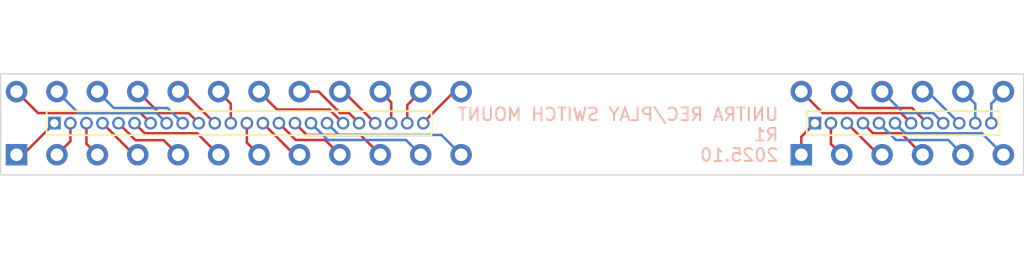
<source format=kicad_pcb>
(kicad_pcb (version 20241229) (generator "pcbnew") (generator_version "9.0")
  (layers (0 "F.Cu" signal) (2 "B.Cu" signal) (13 "F.Paste" user) (15 "B.Paste" user) (5 "F.SilkS" user "F.Silkscreen") (7 "B.SilkS" user "B.Silkscreen") (1 "F.Mask" user) (3 "B.Mask" user) (25 "Edge.Cuts" user))
  (net 0 "")
  (net 1 "/A11")
  (net 2 "/A5")
  (net 3 "/A2")
  (net 4 "/A13")
  (net 5 "/A6")
  (net 6 "/A8")
  (net 7 "/A1")
  (net 8 "/A12")
  (net 9 "/A15")
  (net 10 "/A18")
  (net 11 "/A3")
  (net 12 "/A4")
  (net 13 "/A9")
  (net 14 "/A17")
  (net 15 "/A10")
  (net 16 "/A7")
  (net 17 "/A16")
  (net 18 "/A14")
  (net 19 "/B1")
  (net 20 "/B6")
  (net 21 "/B2")
  (net 22 "/B5")
  (net 23 "/B4")
  (net 24 "/B3")
  (net 25 "/B18")
  (net 26 "/B15")
  (net 27 "/B17")
  (net 28 "/B10")
  (net 29 "/B9")
  (net 30 "/B8")
  (net 31 "/B12")
  (net 32 "/B14")
  (net 33 "/B7")
  (net 34 "/B13")
  (net 35 "/B11")
  (net 36 "/B16")
  (footprint "Connector_PinHeader_1.27mm:PinHeader_1x24_P1.27mm_Vertical" (layer "F.Cu") (at 136.255 84.9 90)
    (property "Reference" "J1" (hide yes))
    (property "Value" "Conn_01x24")
    (pad "1" thru_hole rect (at 0 0 90) (size 1 1) (drill 0.65) (layers "*.Cu" "*.Mask") (net 25 "/B18"))
    (pad "2" thru_hole circle (at 0 1.27 90) (size 1 1) (drill 0.65) (layers "*.Cu" "*.Mask") (net 27 "/B17"))
    (pad "3" thru_hole circle (at 0 2.54 90) (size 1 1) (drill 0.65) (layers "*.Cu" "*.Mask") (net 36 "/B16"))
    (pad "4" thru_hole circle (at 0 3.81 90) (size 1 1) (drill 0.65) (layers "*.Cu" "*.Mask") (net 26 "/B15"))
    (pad "5" thru_hole circle (at 0 5.08 90) (size 1 1) (drill 0.65) (layers "*.Cu" "*.Mask") (net 32 "/B14"))
    (pad "6" thru_hole circle (at 0 6.35 90) (size 1 1) (drill 0.65) (layers "*.Cu" "*.Mask") (net 34 "/B13"))
    (pad "7" thru_hole circle (at 0 7.62 90) (size 1 1) (drill 0.65) (layers "*.Cu" "*.Mask") (net 10 "/A18"))
    (pad "8" thru_hole circle (at 0 8.89 90) (size 1 1) (drill 0.65) (layers "*.Cu" "*.Mask") (net 14 "/A17"))
    (pad "9" thru_hole circle (at 0 10.16 90) (size 1 1) (drill 0.65) (layers "*.Cu" "*.Mask") (net 17 "/A16"))
    (pad "10" thru_hole circle (at 0 11.43 90) (size 1 1) (drill 0.65) (layers "*.Cu" "*.Mask") (net 9 "/A15"))
    (pad "11" thru_hole circle (at 0 12.7 90) (size 1 1) (drill 0.65) (layers "*.Cu" "*.Mask") (net 18 "/A14"))
    (pad "12" thru_hole circle (at 0 13.97 90) (size 1 1) (drill 0.65) (layers "*.Cu" "*.Mask") (net 4 "/A13"))
    (pad "13" thru_hole circle (at 0 15.24 90) (size 1 1) (drill 0.65) (layers "*.Cu" "*.Mask") (net 31 "/B12"))
    (pad "14" thru_hole circle (at 0 16.51 90) (size 1 1) (drill 0.65) (layers "*.Cu" "*.Mask") (net 35 "/B11"))
    (pad "15" thru_hole circle (at 0 17.78 90) (size 1 1) (drill 0.65) (layers "*.Cu" "*.Mask") (net 28 "/B10"))
    (pad "16" thru_hole circle (at 0 19.05 90) (size 1 1) (drill 0.65) (layers "*.Cu" "*.Mask") (net 29 "/B9"))
    (pad "17" thru_hole circle (at 0 20.32 90) (size 1 1) (drill 0.65) (layers "*.Cu" "*.Mask") (net 30 "/B8"))
    (pad "18" thru_hole circle (at 0 21.59 90) (size 1 1) (drill 0.65) (layers "*.Cu" "*.Mask") (net 33 "/B7"))
    (pad "19" thru_hole circle (at 0 22.86 90) (size 1 1) (drill 0.65) (layers "*.Cu" "*.Mask") (net 8 "/A12"))
    (pad "20" thru_hole circle (at 0 24.13 90) (size 1 1) (drill 0.65) (layers "*.Cu" "*.Mask") (net 1 "/A11"))
    (pad "21" thru_hole circle (at 0 25.4 90) (size 1 1) (drill 0.65) (layers "*.Cu" "*.Mask") (net 15 "/A10"))
    (pad "22" thru_hole circle (at 0 26.67 90) (size 1 1) (drill 0.65) (layers "*.Cu" "*.Mask") (net 13 "/A9"))
    (pad "23" thru_hole circle (at 0 27.94 90) (size 1 1) (drill 0.65) (layers "*.Cu" "*.Mask") (net 6 "/A8"))
    (pad "24" thru_hole circle (at 0 29.21 90) (size 1 1) (drill 0.65) (layers "*.Cu" "*.Mask") (net 16 "/A7"))
  )
  (footprint "Connector_PinHeader_2.54mm:PinHeader_2x06_P2.54mm_Vertical" (layer "F.Cu") (at 195.395 87.4 90)
    (property "Reference" "ISOSTAT_RIGHT1" (hide yes))
    (property "Value" "Conn_02x06_Row_Letter_Last")
    (pad "A1" thru_hole circle (at 5 16 90) (size 1.7 1.7) (drill 1) (layers "*.Cu" "*.Mask") (net 7 "/A1"))
    (pad "A2" thru_hole circle (at 5 12.8 90) (size 1.7 1.7) (drill 1) (layers "*.Cu" "*.Mask") (net 3 "/A2"))
    (pad "A3" thru_hole circle (at 5 9.6 90) (size 1.7 1.7) (drill 1) (layers "*.Cu" "*.Mask") (net 11 "/A3"))
    (pad "A4" thru_hole circle (at 5 6.4 90) (size 1.7 1.7) (drill 1) (layers "*.Cu" "*.Mask") (net 12 "/A4"))
    (pad "A5" thru_hole circle (at 5 3.2 90) (size 1.7 1.7) (drill 1) (layers "*.Cu" "*.Mask") (net 2 "/A5"))
    (pad "A6" thru_hole circle (at 5 0 90) (size 1.7 1.7) (drill 1) (layers "*.Cu" "*.Mask") (net 5 "/A6"))
    (pad "B1" thru_hole circle (at 0 16 90) (size 1.7 1.7) (drill 1) (layers "*.Cu" "*.Mask") (net 19 "/B1"))
    (pad "B2" thru_hole circle (at 0 12.8 90) (size 1.7 1.7) (drill 1) (layers "*.Cu" "*.Mask") (net 21 "/B2"))
    (pad "B3" thru_hole circle (at 0 9.6 90) (size 1.7 1.7) (drill 1) (layers "*.Cu" "*.Mask") (net 24 "/B3"))
    (pad "B4" thru_hole circle (at 0 6.4 90) (size 1.7 1.7) (drill 1) (layers "*.Cu" "*.Mask") (net 23 "/B4"))
    (pad "B5" thru_hole circle (at 0 3.2 90) (size 1.7 1.7) (drill 1) (layers "*.Cu" "*.Mask") (net 22 "/B5"))
    (pad "B6" thru_hole rect (at 0 0 90) (size 1.7 1.7) (drill 1) (layers "*.Cu" "*.Mask") (net 20 "/B6"))
  )
  (footprint "Connector_PinHeader_1.27mm:PinHeader_1x12_P1.27mm_Vertical" (layer "F.Cu") (at 196.469 84.9 90)
    (property "Reference" "J2" (hide yes))
    (property "Value" "Conn_01x12")
    (pad "1" thru_hole rect (at 0 0 90) (size 1 1) (drill 0.65) (layers "*.Cu" "*.Mask") (net 20 "/B6"))
    (pad "2" thru_hole circle (at 0 1.27 90) (size 1 1) (drill 0.65) (layers "*.Cu" "*.Mask") (net 22 "/B5"))
    (pad "3" thru_hole circle (at 0 2.54 90) (size 1 1) (drill 0.65) (layers "*.Cu" "*.Mask") (net 23 "/B4"))
    (pad "4" thru_hole circle (at 0 3.81 90) (size 1 1) (drill 0.65) (layers "*.Cu" "*.Mask") (net 24 "/B3"))
    (pad "5" thru_hole circle (at 0 5.08 90) (size 1 1) (drill 0.65) (layers "*.Cu" "*.Mask") (net 21 "/B2"))
    (pad "6" thru_hole circle (at 0 6.35 90) (size 1 1) (drill 0.65) (layers "*.Cu" "*.Mask") (net 19 "/B1"))
    (pad "7" thru_hole circle (at 0 7.62 90) (size 1 1) (drill 0.65) (layers "*.Cu" "*.Mask") (net 5 "/A6"))
    (pad "8" thru_hole circle (at 0 8.89 90) (size 1 1) (drill 0.65) (layers "*.Cu" "*.Mask") (net 2 "/A5"))
    (pad "9" thru_hole circle (at 0 10.16 90) (size 1 1) (drill 0.65) (layers "*.Cu" "*.Mask") (net 12 "/A4"))
    (pad "10" thru_hole circle (at 0 11.43 90) (size 1 1) (drill 0.65) (layers "*.Cu" "*.Mask") (net 11 "/A3"))
    (pad "11" thru_hole circle (at 0 12.7 90) (size 1 1) (drill 0.65) (layers "*.Cu" "*.Mask") (net 3 "/A2"))
    (pad "12" thru_hole circle (at 0 13.97 90) (size 1 1) (drill 0.65) (layers "*.Cu" "*.Mask") (net 7 "/A1"))
  )
  (footprint "Connector_PinHeader_2.54mm:PinHeader_2x12_P2.54mm_Vertical" (layer "F.Cu") (at 133.26 87.4 90)
    (property "Reference" "ISOSTAT_LEFT1" (hide yes))
    (property "Value" "Conn_02x12_Row_Letter_Last")
    (pad "A7" thru_hole circle (at 5 35.2 90) (size 1.7 1.7) (drill 1) (layers "*.Cu" "*.Mask") (net 16 "/A7"))
    (pad "A8" thru_hole circle (at 5 32 90) (size 1.7 1.7) (drill 1) (layers "*.Cu" "*.Mask") (net 6 "/A8"))
    (pad "A9" thru_hole circle (at 5 28.8 90) (size 1.7 1.7) (drill 1) (layers "*.Cu" "*.Mask") (net 13 "/A9"))
    (pad "A10" thru_hole circle (at 5 25.6 90) (size 1.7 1.7) (drill 1) (layers "*.Cu" "*.Mask") (net 15 "/A10"))
    (pad "A11" thru_hole circle (at 5 22.4 90) (size 1.7 1.7) (drill 1) (layers "*.Cu" "*.Mask") (net 1 "/A11"))
    (pad "A12" thru_hole circle (at 5 19.2 90) (size 1.7 1.7) (drill 1) (layers "*.Cu" "*.Mask") (net 8 "/A12"))
    (pad "A13" thru_hole circle (at 5 16 90) (size 1.7 1.7) (drill 1) (layers "*.Cu" "*.Mask") (net 4 "/A13"))
    (pad "A14" thru_hole circle (at 5 12.8 90) (size 1.7 1.7) (drill 1) (layers "*.Cu" "*.Mask") (net 18 "/A14"))
    (pad "A15" thru_hole circle (at 5 9.6 90) (size 1.7 1.7) (drill 1) (layers "*.Cu" "*.Mask") (net 9 "/A15"))
    (pad "A16" thru_hole circle (at 5 6.4 90) (size 1.7 1.7) (drill 1) (layers "*.Cu" "*.Mask") (net 17 "/A16"))
    (pad "A17" thru_hole circle (at 5 3.2 90) (size 1.7 1.7) (drill 1) (layers "*.Cu" "*.Mask") (net 14 "/A17"))
    (pad "A18" thru_hole circle (at 5 0 90) (size 1.7 1.7) (drill 1) (layers "*.Cu" "*.Mask") (net 10 "/A18"))
    (pad "B7" thru_hole circle (at 0 35.2 90) (size 1.7 1.7) (drill 1) (layers "*.Cu" "*.Mask") (net 33 "/B7"))
    (pad "B8" thru_hole circle (at 0 32 90) (size 1.7 1.7) (drill 1) (layers "*.Cu" "*.Mask") (net 30 "/B8"))
    (pad "B9" thru_hole circle (at 0 28.8 90) (size 1.7 1.7) (drill 1) (layers "*.Cu" "*.Mask") (net 29 "/B9"))
    (pad "B10" thru_hole circle (at 0 25.6 90) (size 1.7 1.7) (drill 1) (layers "*.Cu" "*.Mask") (net 28 "/B10"))
    (pad "B11" thru_hole circle (at 0 22.4 90) (size 1.7 1.7) (drill 1) (layers "*.Cu" "*.Mask") (net 35 "/B11"))
    (pad "B12" thru_hole circle (at 0 19.2 90) (size 1.7 1.7) (drill 1) (layers "*.Cu" "*.Mask") (net 31 "/B12"))
    (pad "B13" thru_hole circle (at 0 16 90) (size 1.7 1.7) (drill 1) (layers "*.Cu" "*.Mask") (net 34 "/B13"))
    (pad "B14" thru_hole circle (at 0 12.8 90) (size 1.7 1.7) (drill 1) (layers "*.Cu" "*.Mask") (net 32 "/B14"))
    (pad "B15" thru_hole circle (at 0 9.6 90) (size 1.7 1.7) (drill 1) (layers "*.Cu" "*.Mask") (net 26 "/B15"))
    (pad "B16" thru_hole circle (at 0 6.4 180) (size 1.7 1.7) (drill 1) (layers "*.Cu" "*.Mask") (net 36 "/B16"))
    (pad "B17" thru_hole circle (at 0 3.2 90) (size 1.7 1.7) (drill 1) (layers "*.Cu" "*.Mask") (net 27 "/B17"))
    (pad "B18" thru_hole rect (at 0 0 90) (size 1.7 1.7) (drill 1) (layers "*.Cu" "*.Mask") (net 25 "/B18"))
  )
  (gr_rect (start 135.636 83.947) (end 166.116 85.852) (stroke (width 0.15)) (fill no) (layer "F.SilkS"))
  (gr_rect (start 195.834 83.947) (end 211.074 85.852) (stroke (width 0.15)) (fill no) (layer "F.SilkS"))
  (gr_rect (start 132 81) (end 213 89) (stroke (width 0.1)) (fill no) (layer "Edge.Cuts"))
  (gr_text "UNITRA REC/PLAY SWITCH MOUNT\nR1\n2025.10" (at 193.675 88.011 0) (layer "B.SilkS") (effects (font (size 1 1)) (justify left bottom mirror)))
  (segment (start 158.8811 84.099) (end 159.584 84.099) (width 0.2) (layer "F.Cu") (net 1))
  (segment (start 157.1821 82.4) (end 158.8811 84.099) (width 0.2) (layer "F.Cu") (net 1))
  (segment (start 155.66 82.4) (end 157.1821 82.4) (width 0.2) (layer "F.Cu") (net 1))
  (segment (start 159.584 84.099) (end 160.385 84.9) (width 0.2) (layer "F.Cu") (net 1))
  (segment (start 204.157 83.698) (end 205.359 84.9) (width 0.2) (layer "F.Cu") (net 2))
  (segment (start 199.893 83.698) (end 204.157 83.698) (width 0.2) (layer "F.Cu") (net 2))
  (segment (start 198.595 82.4) (end 199.893 83.698) (width 0.2) (layer "F.Cu") (net 2))
  (segment (start 209.169 83.374) (end 209.169 84.9) (width 0.2) (layer "B.Cu") (net 3))
  (segment (start 208.195 82.4) (end 209.169 83.374) (width 0.2) (layer "B.Cu") (net 3))
  (segment (start 150.225 83.365) (end 150.225 84.9) (width 0.2) (layer "F.Cu") (net 4))
  (segment (start 149.26 82.4) (end 150.225 83.365) (width 0.2) (layer "F.Cu") (net 4))
  (segment (start 195.395 82.4) (end 197.094 84.099) (width 0.2) (layer "F.Cu") (net 5))
  (segment (start 203.288 84.099) (end 204.089 84.9) (width 0.2) (layer "F.Cu") (net 5))
  (segment (start 197.094 84.099) (end 203.288 84.099) (width 0.2) (layer "F.Cu") (net 5))
  (segment (start 165.26 82.4) (end 164.195 83.465) (width 0.2) (layer "F.Cu") (net 6))
  (segment (start 164.195 83.465) (end 164.195 84.9) (width 0.2) (layer "F.Cu") (net 6))
  (segment (start 211.395 82.4) (end 210.439 83.356) (width 0.2) (layer "B.Cu") (net 7))
  (segment (start 210.439 83.356) (end 210.439 84.9) (width 0.2) (layer "B.Cu") (net 7))
  (segment (start 152.46 82.4) (end 153.88 83.82) (width 0.2) (layer "F.Cu") (net 8))
  (segment (start 153.88 83.82) (end 158.035 83.82) (width 0.2) (layer "F.Cu") (net 8))
  (segment (start 158.035 83.82) (end 159.115 84.9) (width 0.2) (layer "F.Cu") (net 8))
  (segment (start 142.86 82.4) (end 144.559 84.099) (width 0.2) (layer "F.Cu") (net 9))
  (segment (start 144.559 84.099) (end 146.884 84.099) (width 0.2) (layer "F.Cu") (net 9))
  (segment (start 146.884 84.099) (end 147.685 84.9) (width 0.2) (layer "F.Cu") (net 9))
  (segment (start 134.959 84.099) (end 143.074 84.099) (width 0.2) (layer "F.Cu") (net 10))
  (segment (start 143.074 84.099) (end 143.875 84.9) (width 0.2) (layer "F.Cu") (net 10))
  (segment (start 133.26 82.4) (end 134.959 84.099) (width 0.2) (layer "F.Cu") (net 10))
  (segment (start 204.995 82.4) (end 205.399 82.4) (width 0.2) (layer "B.Cu") (net 11))
  (segment (start 205.399 82.4) (end 207.899 84.9) (width 0.2) (layer "B.Cu") (net 11))
  (segment (start 205.828 84.099) (end 206.629 84.9) (width 0.2) (layer "B.Cu") (net 12))
  (segment (start 203.494 84.099) (end 205.828 84.099) (width 0.2) (layer "B.Cu") (net 12))
  (segment (start 201.795 82.4) (end 203.494 84.099) (width 0.2) (layer "B.Cu") (net 12))
  (segment (start 162.925 83.265) (end 162.925 84.9) (width 0.2) (layer "F.Cu") (net 13))
  (segment (start 162.06 82.4) (end 162.925 83.265) (width 0.2) (layer "F.Cu") (net 13))
  (segment (start 145.145 84.685) (end 145.145 84.9) (width 0.3) (layer "F.Cu") (net 14))
  (segment (start 138.159 84.099) (end 144.344 84.099) (width 0.2) (layer "B.Cu") (net 14))
  (segment (start 136.46 82.4) (end 138.159 84.099) (width 0.2) (layer "B.Cu") (net 14))
  (segment (start 144.344 84.099) (end 145.145 84.9) (width 0.2) (layer "B.Cu") (net 14))
  (segment (start 159.155 82.4) (end 161.655 84.9) (width 0.2) (layer "F.Cu") (net 15))
  (segment (start 158.86 82.4) (end 159.155 82.4) (width 0.2) (layer "F.Cu") (net 15))
  (segment (start 168.46 82.4) (end 167.917 82.4) (width 0.2) (layer "F.Cu") (net 16))
  (segment (start 167.917 82.4) (end 165.465 84.852) (width 0.2) (layer "F.Cu") (net 16))
  (segment (start 165.465 84.852) (end 165.465 84.9) (width 0.2) (layer "F.Cu") (net 16))
  (segment (start 140.958 83.698) (end 145.213 83.698) (width 0.2) (layer "B.Cu") (net 17))
  (segment (start 139.66 82.4) (end 140.958 83.698) (width 0.2) (layer "B.Cu") (net 17))
  (segment (start 145.213 83.698) (end 146.415 84.9) (width 0.2) (layer "B.Cu") (net 17))
  (segment (start 146.06 82.4) (end 146.455 82.4) (width 0.2) (layer "F.Cu") (net 18))
  (segment (start 146.455 82.4) (end 148.955 84.9) (width 0.2) (layer "F.Cu") (net 18))
  (segment (start 203.62 85.701) (end 202.819 84.9) (width 0.2) (layer "B.Cu") (net 19))
  (segment (start 209.696 85.701) (end 203.62 85.701) (width 0.2) (layer "B.Cu") (net 19))
  (segment (start 211.395 87.4) (end 209.696 85.701) (width 0.2) (layer "B.Cu") (net 19))
  (segment (start 195.395 87.4) (end 195.395 85.974) (width 0.2) (layer "F.Cu") (net 20))
  (segment (start 195.395 85.974) (end 196.469 84.9) (width 0.2) (layer "F.Cu") (net 20))
  (segment (start 202.882 86.233) (end 201.549 84.9) (width 0.2) (layer "B.Cu") (net 21))
  (segment (start 208.195 87.4) (end 207.028 86.233) (width 0.2) (layer "B.Cu") (net 21))
  (segment (start 207.028 86.233) (end 202.882 86.233) (width 0.2) (layer "B.Cu") (net 21))
  (segment (start 197.739 86.544) (end 197.739 84.9) (width 0.2) (layer "F.Cu") (net 22))
  (segment (start 198.595 87.4) (end 197.739 86.544) (width 0.2) (layer "F.Cu") (net 22))
  (segment (start 201.509 87.4) (end 199.009 84.9) (width 0.2) (layer "F.Cu") (net 23))
  (segment (start 201.795 87.4) (end 201.509 87.4) (width 0.2) (layer "F.Cu") (net 23))
  (segment (start 204.995 87.4) (end 203.296 85.701) (width 0.2) (layer "F.Cu") (net 24))
  (segment (start 203.296 85.701) (end 201.08 85.701) (width 0.2) (layer "F.Cu") (net 24))
  (segment (start 201.08 85.701) (end 200.279 84.9) (width 0.2) (layer "F.Cu") (net 24))
  (segment (start 133.755 87.4) (end 136.255 84.9) (width 0.2) (layer "F.Cu") (net 25))
  (segment (start 133.26 87.4) (end 133.755 87.4) (width 0.2) (layer "F.Cu") (net 25))
  (segment (start 142.86 87.4) (end 142.565 87.4) (width 0.2) (layer "F.Cu") (net 26))
  (segment (start 142.565 87.4) (end 140.065 84.9) (width 0.2) (layer "F.Cu") (net 26))
  (segment (start 137.525 86.335) (end 137.525 84.9) (width 0.2) (layer "F.Cu") (net 27))
  (segment (start 136.46 87.4) (end 137.525 86.335) (width 0.2) (layer "F.Cu") (net 27))
  (segment (start 155.368 86.233) (end 154.035 84.9) (width 0.2) (layer "F.Cu") (net 28))
  (segment (start 158.86 87.4) (end 157.693 86.233) (width 0.2) (layer "F.Cu") (net 28))
  (segment (start 157.693 86.233) (end 155.368 86.233) (width 0.2) (layer "F.Cu") (net 28))
  (segment (start 156.237 85.832) (end 155.305 84.9) (width 0.2) (layer "F.Cu") (net 29))
  (segment (start 160.492 85.832) (end 156.237 85.832) (width 0.2) (layer "F.Cu") (net 29))
  (segment (start 162.06 87.4) (end 160.492 85.832) (width 0.2) (layer "F.Cu") (net 29))
  (segment (start 156.575 85.115) (end 156.575 84.9) (width 0.3) (layer "F.Cu") (net 30))
  (segment (start 157.908 86.233) (end 156.575 84.9) (width 0.2) (layer "B.Cu") (net 30))
  (segment (start 164.093 86.233) (end 157.908 86.233) (width 0.2) (layer "B.Cu") (net 30))
  (segment (start 165.26 87.4) (end 164.093 86.233) (width 0.2) (layer "B.Cu") (net 30))
  (segment (start 151.495 86.435) (end 151.495 84.9) (width 0.2) (layer "F.Cu") (net 31))
  (segment (start 152.46 87.4) (end 151.495 86.435) (width 0.2) (layer "F.Cu") (net 31))
  (segment (start 144.909 86.249) (end 142.684 86.249) (width 0.2) (layer "F.Cu") (net 32))
  (segment (start 142.684 86.249) (end 141.335 84.9) (width 0.2) (layer "F.Cu") (net 32))
  (segment (start 146.06 87.4) (end 144.909 86.249) (width 0.2) (layer "F.Cu") (net 32))
  (segment (start 168.46 87.4) (end 166.892 85.832) (width 0.2) (layer "B.Cu") (net 33))
  (segment (start 158.777 85.832) (end 157.845 84.9) (width 0.2) (layer "B.Cu") (net 33))
  (segment (start 166.892 85.832) (end 158.777 85.832) (width 0.2) (layer "B.Cu") (net 33))
  (segment (start 149.26 87.4) (end 147.561 85.701) (width 0.2) (layer "F.Cu") (net 34))
  (segment (start 143.406 85.701) (end 142.605 84.9) (width 0.2) (layer "F.Cu") (net 34))
  (segment (start 147.561 85.701) (end 143.406 85.701) (width 0.2) (layer "F.Cu") (net 34))
  (segment (start 155.265 87.4) (end 152.765 84.9) (width 0.2) (layer "F.Cu") (net 35))
  (segment (start 155.66 87.4) (end 155.265 87.4) (width 0.2) (layer "F.Cu") (net 35))
  (segment (start 138.795 85.065) (end 138.795 84.9) (width 0.3) (layer "F.Cu") (net 36))
  (segment (start 138.795 86.535) (end 138.795 84.9) (width 0.2) (layer "F.Cu") (net 36))
  (segment (start 139.66 87.4) (end 138.795 86.535) (width 0.2) (layer "F.Cu") (net 36))
)
</source>
